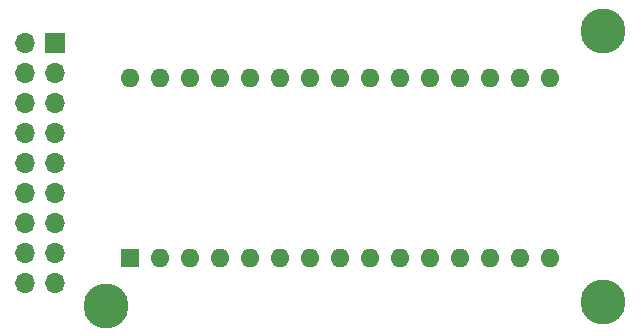
<source format=gbr>
%TF.GenerationSoftware,KiCad,Pcbnew,7.0.9*%
%TF.CreationDate,2023-12-31T16:38:04+01:00*%
%TF.ProjectId,ControlLineApp,436f6e74-726f-46c4-9c69-6e654170702e,1.0.1*%
%TF.SameCoordinates,Original*%
%TF.FileFunction,Soldermask,Top*%
%TF.FilePolarity,Negative*%
%FSLAX46Y46*%
G04 Gerber Fmt 4.6, Leading zero omitted, Abs format (unit mm)*
G04 Created by KiCad (PCBNEW 7.0.9) date 2023-12-31 16:38:04*
%MOMM*%
%LPD*%
G01*
G04 APERTURE LIST*
%ADD10C,3.800000*%
%ADD11R,1.600000X1.600000*%
%ADD12O,1.600000X1.600000*%
%ADD13R,1.700000X1.700000*%
%ADD14O,1.700000X1.700000*%
G04 APERTURE END LIST*
D10*
%TO.C, *%
X165000000Y-89000000D03*
%TD*%
D11*
%TO.C,A2*%
X124968000Y-108204000D03*
D12*
X127508000Y-108204000D03*
X130048000Y-108204000D03*
X132588000Y-108204000D03*
X135128000Y-108204000D03*
X137668000Y-108204000D03*
X140208000Y-108204000D03*
X142748000Y-108204000D03*
X145288000Y-108204000D03*
X147828000Y-108204000D03*
X150368000Y-108204000D03*
X152908000Y-108204000D03*
X155448000Y-108204000D03*
X157988000Y-108204000D03*
X160528000Y-108204000D03*
X160528000Y-92964000D03*
X157988000Y-92964000D03*
X155448000Y-92964000D03*
X152908000Y-92964000D03*
X150368000Y-92964000D03*
X147828000Y-92964000D03*
X145288000Y-92964000D03*
X142748000Y-92964000D03*
X140208000Y-92964000D03*
X137668000Y-92964000D03*
X135128000Y-92964000D03*
X132588000Y-92964000D03*
X130048000Y-92964000D03*
X127508000Y-92964000D03*
X124968000Y-92964000D03*
%TD*%
D13*
%TO.C,J2*%
X118655000Y-90000000D03*
D14*
X116115000Y-90000000D03*
X118655000Y-92540000D03*
X116115000Y-92540000D03*
X118655000Y-95080000D03*
X116115000Y-95080000D03*
X118655000Y-97620000D03*
X116115000Y-97620000D03*
X118655000Y-100160000D03*
X116115000Y-100160000D03*
X118655000Y-102700000D03*
X116115000Y-102700000D03*
X118655000Y-105240000D03*
X116115000Y-105240000D03*
X118655000Y-107780000D03*
X116115000Y-107780000D03*
X118655000Y-110320000D03*
X116115000Y-110320000D03*
%TD*%
D10*
%TO.C, *%
X122936000Y-112268000D03*
%TD*%
%TO.C, *%
X165000000Y-112000000D03*
%TD*%
M02*

</source>
